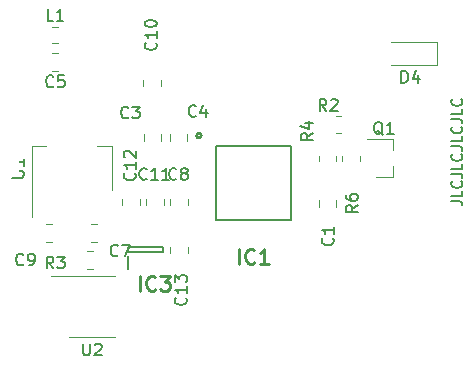
<source format=gto>
%TF.GenerationSoftware,KiCad,Pcbnew,(5.1.10)-1*%
%TF.CreationDate,2022-04-04T21:04:04+02:00*%
%TF.ProjectId,Quickshifter3,51756963-6b73-4686-9966-746572332e6b,rev?*%
%TF.SameCoordinates,Original*%
%TF.FileFunction,Legend,Top*%
%TF.FilePolarity,Positive*%
%FSLAX46Y46*%
G04 Gerber Fmt 4.6, Leading zero omitted, Abs format (unit mm)*
G04 Created by KiCad (PCBNEW (5.1.10)-1) date 2022-04-04 21:04:04*
%MOMM*%
%LPD*%
G01*
G04 APERTURE LIST*
%ADD10C,0.150000*%
%ADD11C,0.120000*%
%ADD12C,0.200000*%
%ADD13C,0.254000*%
%ADD14R,1.500000X2.000000*%
%ADD15R,3.800000X2.000000*%
%ADD16R,0.900000X0.800000*%
%ADD17O,1.700000X1.700000*%
%ADD18R,1.700000X1.700000*%
%ADD19R,0.600000X1.100000*%
%ADD20R,0.600000X1.500000*%
%ADD21R,1.500000X0.600000*%
%ADD22R,0.900000X1.200000*%
%ADD23O,2.300000X1.500000*%
%ADD24R,2.300000X1.500000*%
%ADD25C,2.200000*%
%ADD26R,2.200000X2.200000*%
%ADD27C,2.100000*%
%ADD28O,2.500000X1.600000*%
G04 APERTURE END LIST*
D10*
X128663142Y-57211142D02*
X129306000Y-57211142D01*
X129434571Y-57254000D01*
X129520285Y-57339714D01*
X129563142Y-57468285D01*
X129563142Y-57554000D01*
X129563142Y-56354000D02*
X129563142Y-56782571D01*
X128663142Y-56782571D01*
X129477428Y-55539714D02*
X129520285Y-55582571D01*
X129563142Y-55711142D01*
X129563142Y-55796857D01*
X129520285Y-55925428D01*
X129434571Y-56011142D01*
X129348857Y-56054000D01*
X129177428Y-56096857D01*
X129048857Y-56096857D01*
X128877428Y-56054000D01*
X128791714Y-56011142D01*
X128706000Y-55925428D01*
X128663142Y-55796857D01*
X128663142Y-55711142D01*
X128706000Y-55582571D01*
X128748857Y-55539714D01*
X128663142Y-54896857D02*
X129306000Y-54896857D01*
X129434571Y-54939714D01*
X129520285Y-55025428D01*
X129563142Y-55154000D01*
X129563142Y-55239714D01*
X129563142Y-54039714D02*
X129563142Y-54468285D01*
X128663142Y-54468285D01*
X129477428Y-53225428D02*
X129520285Y-53268285D01*
X129563142Y-53396857D01*
X129563142Y-53482571D01*
X129520285Y-53611142D01*
X129434571Y-53696857D01*
X129348857Y-53739714D01*
X129177428Y-53782571D01*
X129048857Y-53782571D01*
X128877428Y-53739714D01*
X128791714Y-53696857D01*
X128706000Y-53611142D01*
X128663142Y-53482571D01*
X128663142Y-53396857D01*
X128706000Y-53268285D01*
X128748857Y-53225428D01*
X128663142Y-52582571D02*
X129306000Y-52582571D01*
X129434571Y-52625428D01*
X129520285Y-52711142D01*
X129563142Y-52839714D01*
X129563142Y-52925428D01*
X129563142Y-51725428D02*
X129563142Y-52154000D01*
X128663142Y-52154000D01*
X129477428Y-50911142D02*
X129520285Y-50954000D01*
X129563142Y-51082571D01*
X129563142Y-51168285D01*
X129520285Y-51296857D01*
X129434571Y-51382571D01*
X129348857Y-51425428D01*
X129177428Y-51468285D01*
X129048857Y-51468285D01*
X128877428Y-51425428D01*
X128791714Y-51382571D01*
X128706000Y-51296857D01*
X128663142Y-51168285D01*
X128663142Y-51082571D01*
X128706000Y-50954000D01*
X128748857Y-50911142D01*
X128663142Y-50268285D02*
X129306000Y-50268285D01*
X129434571Y-50311142D01*
X129520285Y-50396857D01*
X129563142Y-50525428D01*
X129563142Y-50611142D01*
X129563142Y-49411142D02*
X129563142Y-49839714D01*
X128663142Y-49839714D01*
X129477428Y-48596857D02*
X129520285Y-48639714D01*
X129563142Y-48768285D01*
X129563142Y-48854000D01*
X129520285Y-48982571D01*
X129434571Y-49068285D01*
X129348857Y-49111142D01*
X129177428Y-49154000D01*
X129048857Y-49154000D01*
X128877428Y-49111142D01*
X128791714Y-49068285D01*
X128706000Y-48982571D01*
X128663142Y-48854000D01*
X128663142Y-48768285D01*
X128706000Y-48639714D01*
X128748857Y-48596857D01*
D11*
X118918200Y-57671352D02*
X118918200Y-57148848D01*
X117448200Y-57671352D02*
X117448200Y-57148848D01*
X98233000Y-68695000D02*
X100183000Y-68695000D01*
X98233000Y-68695000D02*
X96283000Y-68695000D01*
X98233000Y-63575000D02*
X100183000Y-63575000D01*
X98233000Y-63575000D02*
X94783000Y-63575000D01*
X93107000Y-58551000D02*
X93107000Y-52541000D01*
X99927000Y-56301000D02*
X99927000Y-52541000D01*
X93107000Y-52541000D02*
X94367000Y-52541000D01*
X99927000Y-52541000D02*
X98667000Y-52541000D01*
X120899400Y-53836564D02*
X120899400Y-53382436D01*
X119429400Y-53836564D02*
X119429400Y-53382436D01*
X117448200Y-53382436D02*
X117448200Y-53836564D01*
X118918200Y-53382436D02*
X118918200Y-53836564D01*
X98284064Y-62933000D02*
X97829936Y-62933000D01*
X98284064Y-61463000D02*
X97829936Y-61463000D01*
X119350064Y-49969500D02*
X118895936Y-49969500D01*
X119350064Y-51439500D02*
X118895936Y-51439500D01*
X123709000Y-55142000D02*
X122249000Y-55142000D01*
X123709000Y-51982000D02*
X121549000Y-51982000D01*
X123709000Y-51982000D02*
X123709000Y-52912000D01*
X123709000Y-55142000D02*
X123709000Y-54212000D01*
D12*
X101237500Y-62951200D02*
X101237500Y-61851200D01*
X104197500Y-61501200D02*
X101277500Y-61501200D01*
X104197500Y-61101200D02*
X104197500Y-61501200D01*
X101277500Y-61101200D02*
X104197500Y-61101200D01*
X101277500Y-61501200D02*
X101277500Y-61101200D01*
X108734000Y-52507500D02*
X115034000Y-52507500D01*
X115034000Y-52507500D02*
X115034000Y-58807500D01*
X115034000Y-58807500D02*
X108734000Y-58807500D01*
X108734000Y-58807500D02*
X108734000Y-52507500D01*
D13*
X107484000Y-51657500D02*
G75*
G03*
X107484000Y-51657500I-200000J0D01*
G01*
D11*
X127419200Y-45722800D02*
X123519200Y-45722800D01*
X127419200Y-43722800D02*
X123519200Y-43722800D01*
X127419200Y-45722800D02*
X127419200Y-43722800D01*
X106332500Y-61582952D02*
X106332500Y-61060448D01*
X104862500Y-61582952D02*
X104862500Y-61060448D01*
X102830500Y-57043348D02*
X102830500Y-57565852D01*
X104300500Y-57043348D02*
X104300500Y-57565852D01*
X104046500Y-47451752D02*
X104046500Y-46929248D01*
X102576500Y-47451752D02*
X102576500Y-46929248D01*
X94350748Y-60647000D02*
X94873252Y-60647000D01*
X94350748Y-59177000D02*
X94873252Y-59177000D01*
X104862500Y-57038448D02*
X104862500Y-57560952D01*
X106332500Y-57038448D02*
X106332500Y-57560952D01*
X98683252Y-59177000D02*
X98160748Y-59177000D01*
X98683252Y-60647000D02*
X98160748Y-60647000D01*
X95381252Y-44699000D02*
X94858748Y-44699000D01*
X95381252Y-46169000D02*
X94858748Y-46169000D01*
X106269000Y-52087252D02*
X106269000Y-51564748D01*
X104799000Y-52087252D02*
X104799000Y-51564748D01*
X104110000Y-52087252D02*
X104110000Y-51564748D01*
X102640000Y-52087252D02*
X102640000Y-51564748D01*
X94858748Y-43858000D02*
X95381252Y-43858000D01*
X94858748Y-42438000D02*
X95381252Y-42438000D01*
X100798500Y-57043348D02*
X100798500Y-57565852D01*
X102268500Y-57043348D02*
X102268500Y-57565852D01*
D10*
X118591142Y-60332666D02*
X118638761Y-60380285D01*
X118686380Y-60523142D01*
X118686380Y-60618380D01*
X118638761Y-60761238D01*
X118543523Y-60856476D01*
X118448285Y-60904095D01*
X118257809Y-60951714D01*
X118114952Y-60951714D01*
X117924476Y-60904095D01*
X117829238Y-60856476D01*
X117734000Y-60761238D01*
X117686380Y-60618380D01*
X117686380Y-60523142D01*
X117734000Y-60380285D01*
X117781619Y-60332666D01*
X118686380Y-59380285D02*
X118686380Y-59951714D01*
X118686380Y-59666000D02*
X117686380Y-59666000D01*
X117829238Y-59761238D01*
X117924476Y-59856476D01*
X117972095Y-59951714D01*
X97471095Y-69270380D02*
X97471095Y-70079904D01*
X97518714Y-70175142D01*
X97566333Y-70222761D01*
X97661571Y-70270380D01*
X97852047Y-70270380D01*
X97947285Y-70222761D01*
X97994904Y-70175142D01*
X98042523Y-70079904D01*
X98042523Y-69270380D01*
X98471095Y-69365619D02*
X98518714Y-69318000D01*
X98613952Y-69270380D01*
X98852047Y-69270380D01*
X98947285Y-69318000D01*
X98994904Y-69365619D01*
X99042523Y-69460857D01*
X99042523Y-69556095D01*
X98994904Y-69698952D01*
X98423476Y-70270380D01*
X99042523Y-70270380D01*
X91469380Y-55212904D02*
X92278904Y-55212904D01*
X92374142Y-55165285D01*
X92421761Y-55117666D01*
X92469380Y-55022428D01*
X92469380Y-54831952D01*
X92421761Y-54736714D01*
X92374142Y-54689095D01*
X92278904Y-54641476D01*
X91469380Y-54641476D01*
X92469380Y-53641476D02*
X92469380Y-54212904D01*
X92469380Y-53927190D02*
X91469380Y-53927190D01*
X91612238Y-54022428D01*
X91707476Y-54117666D01*
X91755095Y-54212904D01*
X120718380Y-57538666D02*
X120242190Y-57872000D01*
X120718380Y-58110095D02*
X119718380Y-58110095D01*
X119718380Y-57729142D01*
X119766000Y-57633904D01*
X119813619Y-57586285D01*
X119908857Y-57538666D01*
X120051714Y-57538666D01*
X120146952Y-57586285D01*
X120194571Y-57633904D01*
X120242190Y-57729142D01*
X120242190Y-58110095D01*
X119718380Y-56681523D02*
X119718380Y-56872000D01*
X119766000Y-56967238D01*
X119813619Y-57014857D01*
X119956476Y-57110095D01*
X120146952Y-57157714D01*
X120527904Y-57157714D01*
X120623142Y-57110095D01*
X120670761Y-57062476D01*
X120718380Y-56967238D01*
X120718380Y-56776761D01*
X120670761Y-56681523D01*
X120623142Y-56633904D01*
X120527904Y-56586285D01*
X120289809Y-56586285D01*
X120194571Y-56633904D01*
X120146952Y-56681523D01*
X120099333Y-56776761D01*
X120099333Y-56967238D01*
X120146952Y-57062476D01*
X120194571Y-57110095D01*
X120289809Y-57157714D01*
X116908380Y-51442666D02*
X116432190Y-51776000D01*
X116908380Y-52014095D02*
X115908380Y-52014095D01*
X115908380Y-51633142D01*
X115956000Y-51537904D01*
X116003619Y-51490285D01*
X116098857Y-51442666D01*
X116241714Y-51442666D01*
X116336952Y-51490285D01*
X116384571Y-51537904D01*
X116432190Y-51633142D01*
X116432190Y-52014095D01*
X116241714Y-50585523D02*
X116908380Y-50585523D01*
X115860761Y-50823619D02*
X116575047Y-51061714D01*
X116575047Y-50442666D01*
X94953333Y-62904380D02*
X94620000Y-62428190D01*
X94381904Y-62904380D02*
X94381904Y-61904380D01*
X94762857Y-61904380D01*
X94858095Y-61952000D01*
X94905714Y-61999619D01*
X94953333Y-62094857D01*
X94953333Y-62237714D01*
X94905714Y-62332952D01*
X94858095Y-62380571D01*
X94762857Y-62428190D01*
X94381904Y-62428190D01*
X95286666Y-61904380D02*
X95905714Y-61904380D01*
X95572380Y-62285333D01*
X95715238Y-62285333D01*
X95810476Y-62332952D01*
X95858095Y-62380571D01*
X95905714Y-62475809D01*
X95905714Y-62713904D01*
X95858095Y-62809142D01*
X95810476Y-62856761D01*
X95715238Y-62904380D01*
X95429523Y-62904380D01*
X95334285Y-62856761D01*
X95286666Y-62809142D01*
X118067333Y-49569380D02*
X117734000Y-49093190D01*
X117495904Y-49569380D02*
X117495904Y-48569380D01*
X117876857Y-48569380D01*
X117972095Y-48617000D01*
X118019714Y-48664619D01*
X118067333Y-48759857D01*
X118067333Y-48902714D01*
X118019714Y-48997952D01*
X117972095Y-49045571D01*
X117876857Y-49093190D01*
X117495904Y-49093190D01*
X118448285Y-48664619D02*
X118495904Y-48617000D01*
X118591142Y-48569380D01*
X118829238Y-48569380D01*
X118924476Y-48617000D01*
X118972095Y-48664619D01*
X119019714Y-48759857D01*
X119019714Y-48855095D01*
X118972095Y-48997952D01*
X118400666Y-49569380D01*
X119019714Y-49569380D01*
X122853761Y-51609619D02*
X122758523Y-51562000D01*
X122663285Y-51466761D01*
X122520428Y-51323904D01*
X122425190Y-51276285D01*
X122329952Y-51276285D01*
X122377571Y-51514380D02*
X122282333Y-51466761D01*
X122187095Y-51371523D01*
X122139476Y-51181047D01*
X122139476Y-50847714D01*
X122187095Y-50657238D01*
X122282333Y-50562000D01*
X122377571Y-50514380D01*
X122568047Y-50514380D01*
X122663285Y-50562000D01*
X122758523Y-50657238D01*
X122806142Y-50847714D01*
X122806142Y-51181047D01*
X122758523Y-51371523D01*
X122663285Y-51466761D01*
X122568047Y-51514380D01*
X122377571Y-51514380D01*
X123758523Y-51514380D02*
X123187095Y-51514380D01*
X123472809Y-51514380D02*
X123472809Y-50514380D01*
X123377571Y-50657238D01*
X123282333Y-50752476D01*
X123187095Y-50800095D01*
D13*
X102262238Y-64804523D02*
X102262238Y-63534523D01*
X103592714Y-64683571D02*
X103532238Y-64744047D01*
X103350809Y-64804523D01*
X103229857Y-64804523D01*
X103048428Y-64744047D01*
X102927476Y-64623095D01*
X102867000Y-64502142D01*
X102806523Y-64260238D01*
X102806523Y-64078809D01*
X102867000Y-63836904D01*
X102927476Y-63715952D01*
X103048428Y-63595000D01*
X103229857Y-63534523D01*
X103350809Y-63534523D01*
X103532238Y-63595000D01*
X103592714Y-63655476D01*
X104016047Y-63534523D02*
X104802238Y-63534523D01*
X104378904Y-64018333D01*
X104560333Y-64018333D01*
X104681285Y-64078809D01*
X104741761Y-64139285D01*
X104802238Y-64260238D01*
X104802238Y-64562619D01*
X104741761Y-64683571D01*
X104681285Y-64744047D01*
X104560333Y-64804523D01*
X104197476Y-64804523D01*
X104076523Y-64744047D01*
X104016047Y-64683571D01*
X110644238Y-62518523D02*
X110644238Y-61248523D01*
X111974714Y-62397571D02*
X111914238Y-62458047D01*
X111732809Y-62518523D01*
X111611857Y-62518523D01*
X111430428Y-62458047D01*
X111309476Y-62337095D01*
X111249000Y-62216142D01*
X111188523Y-61974238D01*
X111188523Y-61792809D01*
X111249000Y-61550904D01*
X111309476Y-61429952D01*
X111430428Y-61309000D01*
X111611857Y-61248523D01*
X111732809Y-61248523D01*
X111914238Y-61309000D01*
X111974714Y-61369476D01*
X113184238Y-62518523D02*
X112458523Y-62518523D01*
X112821380Y-62518523D02*
X112821380Y-61248523D01*
X112700428Y-61429952D01*
X112579476Y-61550904D01*
X112458523Y-61611380D01*
D10*
X124431104Y-47175180D02*
X124431104Y-46175180D01*
X124669200Y-46175180D01*
X124812057Y-46222800D01*
X124907295Y-46318038D01*
X124954914Y-46413276D01*
X125002533Y-46603752D01*
X125002533Y-46746609D01*
X124954914Y-46937085D01*
X124907295Y-47032323D01*
X124812057Y-47127561D01*
X124669200Y-47175180D01*
X124431104Y-47175180D01*
X125859676Y-46508514D02*
X125859676Y-47175180D01*
X125621580Y-46127561D02*
X125383485Y-46841847D01*
X126002533Y-46841847D01*
X106145142Y-65380857D02*
X106192761Y-65428476D01*
X106240380Y-65571333D01*
X106240380Y-65666571D01*
X106192761Y-65809428D01*
X106097523Y-65904666D01*
X106002285Y-65952285D01*
X105811809Y-65999904D01*
X105668952Y-65999904D01*
X105478476Y-65952285D01*
X105383238Y-65904666D01*
X105288000Y-65809428D01*
X105240380Y-65666571D01*
X105240380Y-65571333D01*
X105288000Y-65428476D01*
X105335619Y-65380857D01*
X106240380Y-64428476D02*
X106240380Y-64999904D01*
X106240380Y-64714190D02*
X105240380Y-64714190D01*
X105383238Y-64809428D01*
X105478476Y-64904666D01*
X105526095Y-64999904D01*
X105240380Y-64095142D02*
X105240380Y-63476095D01*
X105621333Y-63809428D01*
X105621333Y-63666571D01*
X105668952Y-63571333D01*
X105716571Y-63523714D01*
X105811809Y-63476095D01*
X106049904Y-63476095D01*
X106145142Y-63523714D01*
X106192761Y-63571333D01*
X106240380Y-63666571D01*
X106240380Y-63952285D01*
X106192761Y-64047523D01*
X106145142Y-64095142D01*
X102859142Y-55316142D02*
X102811523Y-55363761D01*
X102668666Y-55411380D01*
X102573428Y-55411380D01*
X102430571Y-55363761D01*
X102335333Y-55268523D01*
X102287714Y-55173285D01*
X102240095Y-54982809D01*
X102240095Y-54839952D01*
X102287714Y-54649476D01*
X102335333Y-54554238D01*
X102430571Y-54459000D01*
X102573428Y-54411380D01*
X102668666Y-54411380D01*
X102811523Y-54459000D01*
X102859142Y-54506619D01*
X103811523Y-55411380D02*
X103240095Y-55411380D01*
X103525809Y-55411380D02*
X103525809Y-54411380D01*
X103430571Y-54554238D01*
X103335333Y-54649476D01*
X103240095Y-54697095D01*
X104763904Y-55411380D02*
X104192476Y-55411380D01*
X104478190Y-55411380D02*
X104478190Y-54411380D01*
X104382952Y-54554238D01*
X104287714Y-54649476D01*
X104192476Y-54697095D01*
X103605142Y-43790857D02*
X103652761Y-43838476D01*
X103700380Y-43981333D01*
X103700380Y-44076571D01*
X103652761Y-44219428D01*
X103557523Y-44314666D01*
X103462285Y-44362285D01*
X103271809Y-44409904D01*
X103128952Y-44409904D01*
X102938476Y-44362285D01*
X102843238Y-44314666D01*
X102748000Y-44219428D01*
X102700380Y-44076571D01*
X102700380Y-43981333D01*
X102748000Y-43838476D01*
X102795619Y-43790857D01*
X103700380Y-42838476D02*
X103700380Y-43409904D01*
X103700380Y-43124190D02*
X102700380Y-43124190D01*
X102843238Y-43219428D01*
X102938476Y-43314666D01*
X102986095Y-43409904D01*
X102700380Y-42219428D02*
X102700380Y-42124190D01*
X102748000Y-42028952D01*
X102795619Y-41981333D01*
X102890857Y-41933714D01*
X103081333Y-41886095D01*
X103319428Y-41886095D01*
X103509904Y-41933714D01*
X103605142Y-41981333D01*
X103652761Y-42028952D01*
X103700380Y-42124190D01*
X103700380Y-42219428D01*
X103652761Y-42314666D01*
X103605142Y-42362285D01*
X103509904Y-42409904D01*
X103319428Y-42457523D01*
X103081333Y-42457523D01*
X102890857Y-42409904D01*
X102795619Y-42362285D01*
X102748000Y-42314666D01*
X102700380Y-42219428D01*
X92413333Y-62555142D02*
X92365714Y-62602761D01*
X92222857Y-62650380D01*
X92127619Y-62650380D01*
X91984761Y-62602761D01*
X91889523Y-62507523D01*
X91841904Y-62412285D01*
X91794285Y-62221809D01*
X91794285Y-62078952D01*
X91841904Y-61888476D01*
X91889523Y-61793238D01*
X91984761Y-61698000D01*
X92127619Y-61650380D01*
X92222857Y-61650380D01*
X92365714Y-61698000D01*
X92413333Y-61745619D01*
X92889523Y-62650380D02*
X93080000Y-62650380D01*
X93175238Y-62602761D01*
X93222857Y-62555142D01*
X93318095Y-62412285D01*
X93365714Y-62221809D01*
X93365714Y-61840857D01*
X93318095Y-61745619D01*
X93270476Y-61698000D01*
X93175238Y-61650380D01*
X92984761Y-61650380D01*
X92889523Y-61698000D01*
X92841904Y-61745619D01*
X92794285Y-61840857D01*
X92794285Y-62078952D01*
X92841904Y-62174190D01*
X92889523Y-62221809D01*
X92984761Y-62269428D01*
X93175238Y-62269428D01*
X93270476Y-62221809D01*
X93318095Y-62174190D01*
X93365714Y-62078952D01*
X105367333Y-55316142D02*
X105319714Y-55363761D01*
X105176857Y-55411380D01*
X105081619Y-55411380D01*
X104938761Y-55363761D01*
X104843523Y-55268523D01*
X104795904Y-55173285D01*
X104748285Y-54982809D01*
X104748285Y-54839952D01*
X104795904Y-54649476D01*
X104843523Y-54554238D01*
X104938761Y-54459000D01*
X105081619Y-54411380D01*
X105176857Y-54411380D01*
X105319714Y-54459000D01*
X105367333Y-54506619D01*
X105938761Y-54839952D02*
X105843523Y-54792333D01*
X105795904Y-54744714D01*
X105748285Y-54649476D01*
X105748285Y-54601857D01*
X105795904Y-54506619D01*
X105843523Y-54459000D01*
X105938761Y-54411380D01*
X106129238Y-54411380D01*
X106224476Y-54459000D01*
X106272095Y-54506619D01*
X106319714Y-54601857D01*
X106319714Y-54649476D01*
X106272095Y-54744714D01*
X106224476Y-54792333D01*
X106129238Y-54839952D01*
X105938761Y-54839952D01*
X105843523Y-54887571D01*
X105795904Y-54935190D01*
X105748285Y-55030428D01*
X105748285Y-55220904D01*
X105795904Y-55316142D01*
X105843523Y-55363761D01*
X105938761Y-55411380D01*
X106129238Y-55411380D01*
X106224476Y-55363761D01*
X106272095Y-55316142D01*
X106319714Y-55220904D01*
X106319714Y-55030428D01*
X106272095Y-54935190D01*
X106224476Y-54887571D01*
X106129238Y-54839952D01*
X100414333Y-61793142D02*
X100366714Y-61840761D01*
X100223857Y-61888380D01*
X100128619Y-61888380D01*
X99985761Y-61840761D01*
X99890523Y-61745523D01*
X99842904Y-61650285D01*
X99795285Y-61459809D01*
X99795285Y-61316952D01*
X99842904Y-61126476D01*
X99890523Y-61031238D01*
X99985761Y-60936000D01*
X100128619Y-60888380D01*
X100223857Y-60888380D01*
X100366714Y-60936000D01*
X100414333Y-60983619D01*
X100747666Y-60888380D02*
X101414333Y-60888380D01*
X100985761Y-61888380D01*
X94953333Y-47471142D02*
X94905714Y-47518761D01*
X94762857Y-47566380D01*
X94667619Y-47566380D01*
X94524761Y-47518761D01*
X94429523Y-47423523D01*
X94381904Y-47328285D01*
X94334285Y-47137809D01*
X94334285Y-46994952D01*
X94381904Y-46804476D01*
X94429523Y-46709238D01*
X94524761Y-46614000D01*
X94667619Y-46566380D01*
X94762857Y-46566380D01*
X94905714Y-46614000D01*
X94953333Y-46661619D01*
X95858095Y-46566380D02*
X95381904Y-46566380D01*
X95334285Y-47042571D01*
X95381904Y-46994952D01*
X95477142Y-46947333D01*
X95715238Y-46947333D01*
X95810476Y-46994952D01*
X95858095Y-47042571D01*
X95905714Y-47137809D01*
X95905714Y-47375904D01*
X95858095Y-47471142D01*
X95810476Y-47518761D01*
X95715238Y-47566380D01*
X95477142Y-47566380D01*
X95381904Y-47518761D01*
X95334285Y-47471142D01*
X107018333Y-49982142D02*
X106970714Y-50029761D01*
X106827857Y-50077380D01*
X106732619Y-50077380D01*
X106589761Y-50029761D01*
X106494523Y-49934523D01*
X106446904Y-49839285D01*
X106399285Y-49648809D01*
X106399285Y-49505952D01*
X106446904Y-49315476D01*
X106494523Y-49220238D01*
X106589761Y-49125000D01*
X106732619Y-49077380D01*
X106827857Y-49077380D01*
X106970714Y-49125000D01*
X107018333Y-49172619D01*
X107875476Y-49410714D02*
X107875476Y-50077380D01*
X107637380Y-49029761D02*
X107399285Y-49744047D01*
X108018333Y-49744047D01*
X101303333Y-50109142D02*
X101255714Y-50156761D01*
X101112857Y-50204380D01*
X101017619Y-50204380D01*
X100874761Y-50156761D01*
X100779523Y-50061523D01*
X100731904Y-49966285D01*
X100684285Y-49775809D01*
X100684285Y-49632952D01*
X100731904Y-49442476D01*
X100779523Y-49347238D01*
X100874761Y-49252000D01*
X101017619Y-49204380D01*
X101112857Y-49204380D01*
X101255714Y-49252000D01*
X101303333Y-49299619D01*
X101636666Y-49204380D02*
X102255714Y-49204380D01*
X101922380Y-49585333D01*
X102065238Y-49585333D01*
X102160476Y-49632952D01*
X102208095Y-49680571D01*
X102255714Y-49775809D01*
X102255714Y-50013904D01*
X102208095Y-50109142D01*
X102160476Y-50156761D01*
X102065238Y-50204380D01*
X101779523Y-50204380D01*
X101684285Y-50156761D01*
X101636666Y-50109142D01*
X94953333Y-41950380D02*
X94477142Y-41950380D01*
X94477142Y-40950380D01*
X95810476Y-41950380D02*
X95239047Y-41950380D01*
X95524761Y-41950380D02*
X95524761Y-40950380D01*
X95429523Y-41093238D01*
X95334285Y-41188476D01*
X95239047Y-41236095D01*
X101827142Y-54839857D02*
X101874761Y-54887476D01*
X101922380Y-55030333D01*
X101922380Y-55125571D01*
X101874761Y-55268428D01*
X101779523Y-55363666D01*
X101684285Y-55411285D01*
X101493809Y-55458904D01*
X101350952Y-55458904D01*
X101160476Y-55411285D01*
X101065238Y-55363666D01*
X100970000Y-55268428D01*
X100922380Y-55125571D01*
X100922380Y-55030333D01*
X100970000Y-54887476D01*
X101017619Y-54839857D01*
X101922380Y-53887476D02*
X101922380Y-54458904D01*
X101922380Y-54173190D02*
X100922380Y-54173190D01*
X101065238Y-54268428D01*
X101160476Y-54363666D01*
X101208095Y-54458904D01*
X101017619Y-53506523D02*
X100970000Y-53458904D01*
X100922380Y-53363666D01*
X100922380Y-53125571D01*
X100970000Y-53030333D01*
X101017619Y-52982714D01*
X101112857Y-52935095D01*
X101208095Y-52935095D01*
X101350952Y-52982714D01*
X101922380Y-53554142D01*
X101922380Y-52935095D01*
%LPC*%
G36*
G01*
X118658200Y-56960100D02*
X117708200Y-56960100D01*
G75*
G02*
X117458200Y-56710100I0J250000D01*
G01*
X117458200Y-56035100D01*
G75*
G02*
X117708200Y-55785100I250000J0D01*
G01*
X118658200Y-55785100D01*
G75*
G02*
X118908200Y-56035100I0J-250000D01*
G01*
X118908200Y-56710100D01*
G75*
G02*
X118658200Y-56960100I-250000J0D01*
G01*
G37*
G36*
G01*
X118658200Y-59035100D02*
X117708200Y-59035100D01*
G75*
G02*
X117458200Y-58785100I0J250000D01*
G01*
X117458200Y-58110100D01*
G75*
G02*
X117708200Y-57860100I250000J0D01*
G01*
X118658200Y-57860100D01*
G75*
G02*
X118908200Y-58110100I0J-250000D01*
G01*
X118908200Y-58785100D01*
G75*
G02*
X118658200Y-59035100I-250000J0D01*
G01*
G37*
G36*
G01*
X94783000Y-64380000D02*
X94783000Y-64080000D01*
G75*
G02*
X94933000Y-63930000I150000J0D01*
G01*
X96583000Y-63930000D01*
G75*
G02*
X96733000Y-64080000I0J-150000D01*
G01*
X96733000Y-64380000D01*
G75*
G02*
X96583000Y-64530000I-150000J0D01*
G01*
X94933000Y-64530000D01*
G75*
G02*
X94783000Y-64380000I0J150000D01*
G01*
G37*
G36*
G01*
X94783000Y-65650000D02*
X94783000Y-65350000D01*
G75*
G02*
X94933000Y-65200000I150000J0D01*
G01*
X96583000Y-65200000D01*
G75*
G02*
X96733000Y-65350000I0J-150000D01*
G01*
X96733000Y-65650000D01*
G75*
G02*
X96583000Y-65800000I-150000J0D01*
G01*
X94933000Y-65800000D01*
G75*
G02*
X94783000Y-65650000I0J150000D01*
G01*
G37*
G36*
G01*
X94783000Y-66920000D02*
X94783000Y-66620000D01*
G75*
G02*
X94933000Y-66470000I150000J0D01*
G01*
X96583000Y-66470000D01*
G75*
G02*
X96733000Y-66620000I0J-150000D01*
G01*
X96733000Y-66920000D01*
G75*
G02*
X96583000Y-67070000I-150000J0D01*
G01*
X94933000Y-67070000D01*
G75*
G02*
X94783000Y-66920000I0J150000D01*
G01*
G37*
G36*
G01*
X94783000Y-68190000D02*
X94783000Y-67890000D01*
G75*
G02*
X94933000Y-67740000I150000J0D01*
G01*
X96583000Y-67740000D01*
G75*
G02*
X96733000Y-67890000I0J-150000D01*
G01*
X96733000Y-68190000D01*
G75*
G02*
X96583000Y-68340000I-150000J0D01*
G01*
X94933000Y-68340000D01*
G75*
G02*
X94783000Y-68190000I0J150000D01*
G01*
G37*
G36*
G01*
X99733000Y-68190000D02*
X99733000Y-67890000D01*
G75*
G02*
X99883000Y-67740000I150000J0D01*
G01*
X101533000Y-67740000D01*
G75*
G02*
X101683000Y-67890000I0J-150000D01*
G01*
X101683000Y-68190000D01*
G75*
G02*
X101533000Y-68340000I-150000J0D01*
G01*
X99883000Y-68340000D01*
G75*
G02*
X99733000Y-68190000I0J150000D01*
G01*
G37*
G36*
G01*
X99733000Y-66920000D02*
X99733000Y-66620000D01*
G75*
G02*
X99883000Y-66470000I150000J0D01*
G01*
X101533000Y-66470000D01*
G75*
G02*
X101683000Y-66620000I0J-150000D01*
G01*
X101683000Y-66920000D01*
G75*
G02*
X101533000Y-67070000I-150000J0D01*
G01*
X99883000Y-67070000D01*
G75*
G02*
X99733000Y-66920000I0J150000D01*
G01*
G37*
G36*
G01*
X99733000Y-65650000D02*
X99733000Y-65350000D01*
G75*
G02*
X99883000Y-65200000I150000J0D01*
G01*
X101533000Y-65200000D01*
G75*
G02*
X101683000Y-65350000I0J-150000D01*
G01*
X101683000Y-65650000D01*
G75*
G02*
X101533000Y-65800000I-150000J0D01*
G01*
X99883000Y-65800000D01*
G75*
G02*
X99733000Y-65650000I0J150000D01*
G01*
G37*
G36*
G01*
X99733000Y-64380000D02*
X99733000Y-64080000D01*
G75*
G02*
X99883000Y-63930000I150000J0D01*
G01*
X101533000Y-63930000D01*
G75*
G02*
X101683000Y-64080000I0J-150000D01*
G01*
X101683000Y-64380000D01*
G75*
G02*
X101533000Y-64530000I-150000J0D01*
G01*
X99883000Y-64530000D01*
G75*
G02*
X99733000Y-64380000I0J150000D01*
G01*
G37*
D14*
X94217000Y-57601000D03*
X98817000Y-57601000D03*
X96517000Y-57601000D03*
D15*
X96517000Y-51301000D03*
G36*
G01*
X120614401Y-53209500D02*
X119714399Y-53209500D01*
G75*
G02*
X119464400Y-52959501I0J249999D01*
G01*
X119464400Y-52259499D01*
G75*
G02*
X119714399Y-52009500I249999J0D01*
G01*
X120614401Y-52009500D01*
G75*
G02*
X120864400Y-52259499I0J-249999D01*
G01*
X120864400Y-52959501D01*
G75*
G02*
X120614401Y-53209500I-249999J0D01*
G01*
G37*
G36*
G01*
X120614401Y-55209500D02*
X119714399Y-55209500D01*
G75*
G02*
X119464400Y-54959501I0J249999D01*
G01*
X119464400Y-54259499D01*
G75*
G02*
X119714399Y-54009500I249999J0D01*
G01*
X120614401Y-54009500D01*
G75*
G02*
X120864400Y-54259499I0J-249999D01*
G01*
X120864400Y-54959501D01*
G75*
G02*
X120614401Y-55209500I-249999J0D01*
G01*
G37*
G36*
G01*
X117733199Y-54009500D02*
X118633201Y-54009500D01*
G75*
G02*
X118883200Y-54259499I0J-249999D01*
G01*
X118883200Y-54959501D01*
G75*
G02*
X118633201Y-55209500I-249999J0D01*
G01*
X117733199Y-55209500D01*
G75*
G02*
X117483200Y-54959501I0J249999D01*
G01*
X117483200Y-54259499D01*
G75*
G02*
X117733199Y-54009500I249999J0D01*
G01*
G37*
G36*
G01*
X117733199Y-52009500D02*
X118633201Y-52009500D01*
G75*
G02*
X118883200Y-52259499I0J-249999D01*
G01*
X118883200Y-52959501D01*
G75*
G02*
X118633201Y-53209500I-249999J0D01*
G01*
X117733199Y-53209500D01*
G75*
G02*
X117483200Y-52959501I0J249999D01*
G01*
X117483200Y-52259499D01*
G75*
G02*
X117733199Y-52009500I249999J0D01*
G01*
G37*
G36*
G01*
X99657000Y-61747999D02*
X99657000Y-62648001D01*
G75*
G02*
X99407001Y-62898000I-249999J0D01*
G01*
X98706999Y-62898000D01*
G75*
G02*
X98457000Y-62648001I0J249999D01*
G01*
X98457000Y-61747999D01*
G75*
G02*
X98706999Y-61498000I249999J0D01*
G01*
X99407001Y-61498000D01*
G75*
G02*
X99657000Y-61747999I0J-249999D01*
G01*
G37*
G36*
G01*
X97657000Y-61747999D02*
X97657000Y-62648001D01*
G75*
G02*
X97407001Y-62898000I-249999J0D01*
G01*
X96706999Y-62898000D01*
G75*
G02*
X96457000Y-62648001I0J249999D01*
G01*
X96457000Y-61747999D01*
G75*
G02*
X96706999Y-61498000I249999J0D01*
G01*
X97407001Y-61498000D01*
G75*
G02*
X97657000Y-61747999I0J-249999D01*
G01*
G37*
G36*
G01*
X118723000Y-50254499D02*
X118723000Y-51154501D01*
G75*
G02*
X118473001Y-51404500I-249999J0D01*
G01*
X117772999Y-51404500D01*
G75*
G02*
X117523000Y-51154501I0J249999D01*
G01*
X117523000Y-50254499D01*
G75*
G02*
X117772999Y-50004500I249999J0D01*
G01*
X118473001Y-50004500D01*
G75*
G02*
X118723000Y-50254499I0J-249999D01*
G01*
G37*
G36*
G01*
X120723000Y-50254499D02*
X120723000Y-51154501D01*
G75*
G02*
X120473001Y-51404500I-249999J0D01*
G01*
X119772999Y-51404500D01*
G75*
G02*
X119523000Y-51154501I0J249999D01*
G01*
X119523000Y-50254499D01*
G75*
G02*
X119772999Y-50004500I249999J0D01*
G01*
X120473001Y-50004500D01*
G75*
G02*
X120723000Y-50254499I0J-249999D01*
G01*
G37*
D16*
X123949000Y-53562000D03*
X121949000Y-54512000D03*
X121949000Y-52612000D03*
D17*
X107185000Y-47275500D03*
X109725000Y-47275500D03*
X112265000Y-47275500D03*
D18*
X114805000Y-47275500D03*
D19*
X101787500Y-62401200D03*
X103687500Y-62401200D03*
X102737500Y-60201200D03*
D20*
X109084000Y-51407500D03*
X109884000Y-51407500D03*
X110684000Y-51407500D03*
X111484000Y-51407500D03*
X112284000Y-51407500D03*
X113084000Y-51407500D03*
X113884000Y-51407500D03*
X114684000Y-51407500D03*
D21*
X116134000Y-52857500D03*
X116134000Y-53657500D03*
X116134000Y-54457500D03*
X116134000Y-55257500D03*
X116134000Y-56057500D03*
X116134000Y-56857500D03*
X116134000Y-57657500D03*
X116134000Y-58457500D03*
D20*
X114684000Y-59907500D03*
X113884000Y-59907500D03*
X113084000Y-59907500D03*
X112284000Y-59907500D03*
X111484000Y-59907500D03*
X110684000Y-59907500D03*
X109884000Y-59907500D03*
X109084000Y-59907500D03*
D21*
X107634000Y-58457500D03*
X107634000Y-57657500D03*
X107634000Y-56857500D03*
X107634000Y-56057500D03*
X107634000Y-55257500D03*
X107634000Y-54457500D03*
X107634000Y-53657500D03*
X107634000Y-52857500D03*
D22*
X123519200Y-44722800D03*
X126819200Y-44722800D03*
G36*
G01*
X106072500Y-60871700D02*
X105122500Y-60871700D01*
G75*
G02*
X104872500Y-60621700I0J250000D01*
G01*
X104872500Y-59946700D01*
G75*
G02*
X105122500Y-59696700I250000J0D01*
G01*
X106072500Y-59696700D01*
G75*
G02*
X106322500Y-59946700I0J-250000D01*
G01*
X106322500Y-60621700D01*
G75*
G02*
X106072500Y-60871700I-250000J0D01*
G01*
G37*
G36*
G01*
X106072500Y-62946700D02*
X105122500Y-62946700D01*
G75*
G02*
X104872500Y-62696700I0J250000D01*
G01*
X104872500Y-62021700D01*
G75*
G02*
X105122500Y-61771700I250000J0D01*
G01*
X106072500Y-61771700D01*
G75*
G02*
X106322500Y-62021700I0J-250000D01*
G01*
X106322500Y-62696700D01*
G75*
G02*
X106072500Y-62946700I-250000J0D01*
G01*
G37*
G36*
G01*
X103090500Y-57754600D02*
X104040500Y-57754600D01*
G75*
G02*
X104290500Y-58004600I0J-250000D01*
G01*
X104290500Y-58679600D01*
G75*
G02*
X104040500Y-58929600I-250000J0D01*
G01*
X103090500Y-58929600D01*
G75*
G02*
X102840500Y-58679600I0J250000D01*
G01*
X102840500Y-58004600D01*
G75*
G02*
X103090500Y-57754600I250000J0D01*
G01*
G37*
G36*
G01*
X103090500Y-55679600D02*
X104040500Y-55679600D01*
G75*
G02*
X104290500Y-55929600I0J-250000D01*
G01*
X104290500Y-56604600D01*
G75*
G02*
X104040500Y-56854600I-250000J0D01*
G01*
X103090500Y-56854600D01*
G75*
G02*
X102840500Y-56604600I0J250000D01*
G01*
X102840500Y-55929600D01*
G75*
G02*
X103090500Y-55679600I250000J0D01*
G01*
G37*
G36*
G01*
X103786500Y-46740500D02*
X102836500Y-46740500D01*
G75*
G02*
X102586500Y-46490500I0J250000D01*
G01*
X102586500Y-45815500D01*
G75*
G02*
X102836500Y-45565500I250000J0D01*
G01*
X103786500Y-45565500D01*
G75*
G02*
X104036500Y-45815500I0J-250000D01*
G01*
X104036500Y-46490500D01*
G75*
G02*
X103786500Y-46740500I-250000J0D01*
G01*
G37*
G36*
G01*
X103786500Y-48815500D02*
X102836500Y-48815500D01*
G75*
G02*
X102586500Y-48565500I0J250000D01*
G01*
X102586500Y-47890500D01*
G75*
G02*
X102836500Y-47640500I250000J0D01*
G01*
X103786500Y-47640500D01*
G75*
G02*
X104036500Y-47890500I0J-250000D01*
G01*
X104036500Y-48565500D01*
G75*
G02*
X103786500Y-48815500I-250000J0D01*
G01*
G37*
G36*
G01*
X95062000Y-60387000D02*
X95062000Y-59437000D01*
G75*
G02*
X95312000Y-59187000I250000J0D01*
G01*
X95987000Y-59187000D01*
G75*
G02*
X96237000Y-59437000I0J-250000D01*
G01*
X96237000Y-60387000D01*
G75*
G02*
X95987000Y-60637000I-250000J0D01*
G01*
X95312000Y-60637000D01*
G75*
G02*
X95062000Y-60387000I0J250000D01*
G01*
G37*
G36*
G01*
X92987000Y-60387000D02*
X92987000Y-59437000D01*
G75*
G02*
X93237000Y-59187000I250000J0D01*
G01*
X93912000Y-59187000D01*
G75*
G02*
X94162000Y-59437000I0J-250000D01*
G01*
X94162000Y-60387000D01*
G75*
G02*
X93912000Y-60637000I-250000J0D01*
G01*
X93237000Y-60637000D01*
G75*
G02*
X92987000Y-60387000I0J250000D01*
G01*
G37*
G36*
G01*
X105122500Y-57749700D02*
X106072500Y-57749700D01*
G75*
G02*
X106322500Y-57999700I0J-250000D01*
G01*
X106322500Y-58674700D01*
G75*
G02*
X106072500Y-58924700I-250000J0D01*
G01*
X105122500Y-58924700D01*
G75*
G02*
X104872500Y-58674700I0J250000D01*
G01*
X104872500Y-57999700D01*
G75*
G02*
X105122500Y-57749700I250000J0D01*
G01*
G37*
G36*
G01*
X105122500Y-55674700D02*
X106072500Y-55674700D01*
G75*
G02*
X106322500Y-55924700I0J-250000D01*
G01*
X106322500Y-56599700D01*
G75*
G02*
X106072500Y-56849700I-250000J0D01*
G01*
X105122500Y-56849700D01*
G75*
G02*
X104872500Y-56599700I0J250000D01*
G01*
X104872500Y-55924700D01*
G75*
G02*
X105122500Y-55674700I250000J0D01*
G01*
G37*
G36*
G01*
X97972000Y-59437000D02*
X97972000Y-60387000D01*
G75*
G02*
X97722000Y-60637000I-250000J0D01*
G01*
X97047000Y-60637000D01*
G75*
G02*
X96797000Y-60387000I0J250000D01*
G01*
X96797000Y-59437000D01*
G75*
G02*
X97047000Y-59187000I250000J0D01*
G01*
X97722000Y-59187000D01*
G75*
G02*
X97972000Y-59437000I0J-250000D01*
G01*
G37*
G36*
G01*
X100047000Y-59437000D02*
X100047000Y-60387000D01*
G75*
G02*
X99797000Y-60637000I-250000J0D01*
G01*
X99122000Y-60637000D01*
G75*
G02*
X98872000Y-60387000I0J250000D01*
G01*
X98872000Y-59437000D01*
G75*
G02*
X99122000Y-59187000I250000J0D01*
G01*
X99797000Y-59187000D01*
G75*
G02*
X100047000Y-59437000I0J-250000D01*
G01*
G37*
G36*
G01*
X94670000Y-44959000D02*
X94670000Y-45909000D01*
G75*
G02*
X94420000Y-46159000I-250000J0D01*
G01*
X93745000Y-46159000D01*
G75*
G02*
X93495000Y-45909000I0J250000D01*
G01*
X93495000Y-44959000D01*
G75*
G02*
X93745000Y-44709000I250000J0D01*
G01*
X94420000Y-44709000D01*
G75*
G02*
X94670000Y-44959000I0J-250000D01*
G01*
G37*
G36*
G01*
X96745000Y-44959000D02*
X96745000Y-45909000D01*
G75*
G02*
X96495000Y-46159000I-250000J0D01*
G01*
X95820000Y-46159000D01*
G75*
G02*
X95570000Y-45909000I0J250000D01*
G01*
X95570000Y-44959000D01*
G75*
G02*
X95820000Y-44709000I250000J0D01*
G01*
X96495000Y-44709000D01*
G75*
G02*
X96745000Y-44959000I0J-250000D01*
G01*
G37*
G36*
G01*
X106009000Y-51376000D02*
X105059000Y-51376000D01*
G75*
G02*
X104809000Y-51126000I0J250000D01*
G01*
X104809000Y-50451000D01*
G75*
G02*
X105059000Y-50201000I250000J0D01*
G01*
X106009000Y-50201000D01*
G75*
G02*
X106259000Y-50451000I0J-250000D01*
G01*
X106259000Y-51126000D01*
G75*
G02*
X106009000Y-51376000I-250000J0D01*
G01*
G37*
G36*
G01*
X106009000Y-53451000D02*
X105059000Y-53451000D01*
G75*
G02*
X104809000Y-53201000I0J250000D01*
G01*
X104809000Y-52526000D01*
G75*
G02*
X105059000Y-52276000I250000J0D01*
G01*
X106009000Y-52276000D01*
G75*
G02*
X106259000Y-52526000I0J-250000D01*
G01*
X106259000Y-53201000D01*
G75*
G02*
X106009000Y-53451000I-250000J0D01*
G01*
G37*
G36*
G01*
X103850000Y-51376000D02*
X102900000Y-51376000D01*
G75*
G02*
X102650000Y-51126000I0J250000D01*
G01*
X102650000Y-50451000D01*
G75*
G02*
X102900000Y-50201000I250000J0D01*
G01*
X103850000Y-50201000D01*
G75*
G02*
X104100000Y-50451000I0J-250000D01*
G01*
X104100000Y-51126000D01*
G75*
G02*
X103850000Y-51376000I-250000J0D01*
G01*
G37*
G36*
G01*
X103850000Y-53451000D02*
X102900000Y-53451000D01*
G75*
G02*
X102650000Y-53201000I0J250000D01*
G01*
X102650000Y-52526000D01*
G75*
G02*
X102900000Y-52276000I250000J0D01*
G01*
X103850000Y-52276000D01*
G75*
G02*
X104100000Y-52526000I0J-250000D01*
G01*
X104100000Y-53201000D01*
G75*
G02*
X103850000Y-53451000I-250000J0D01*
G01*
G37*
G36*
G01*
X95570000Y-43598001D02*
X95570000Y-42697999D01*
G75*
G02*
X95819999Y-42448000I249999J0D01*
G01*
X96470001Y-42448000D01*
G75*
G02*
X96720000Y-42697999I0J-249999D01*
G01*
X96720000Y-43598001D01*
G75*
G02*
X96470001Y-43848000I-249999J0D01*
G01*
X95819999Y-43848000D01*
G75*
G02*
X95570000Y-43598001I0J249999D01*
G01*
G37*
G36*
G01*
X93520000Y-43598001D02*
X93520000Y-42697999D01*
G75*
G02*
X93769999Y-42448000I249999J0D01*
G01*
X94420001Y-42448000D01*
G75*
G02*
X94670000Y-42697999I0J-249999D01*
G01*
X94670000Y-43598001D01*
G75*
G02*
X94420001Y-43848000I-249999J0D01*
G01*
X93769999Y-43848000D01*
G75*
G02*
X93520000Y-43598001I0J249999D01*
G01*
G37*
G36*
G01*
X101058500Y-57754600D02*
X102008500Y-57754600D01*
G75*
G02*
X102258500Y-58004600I0J-250000D01*
G01*
X102258500Y-58679600D01*
G75*
G02*
X102008500Y-58929600I-250000J0D01*
G01*
X101058500Y-58929600D01*
G75*
G02*
X100808500Y-58679600I0J250000D01*
G01*
X100808500Y-58004600D01*
G75*
G02*
X101058500Y-57754600I250000J0D01*
G01*
G37*
G36*
G01*
X101058500Y-55679600D02*
X102008500Y-55679600D01*
G75*
G02*
X102258500Y-55929600I0J-250000D01*
G01*
X102258500Y-56604600D01*
G75*
G02*
X102008500Y-56854600I-250000J0D01*
G01*
X101058500Y-56854600D01*
G75*
G02*
X100808500Y-56604600I0J250000D01*
G01*
X100808500Y-55929600D01*
G75*
G02*
X101058500Y-55679600I250000J0D01*
G01*
G37*
D23*
X99946000Y-48228000D03*
X99946000Y-45688000D03*
D24*
X99946000Y-43148000D03*
D25*
X90598800Y-42391200D03*
D26*
X90598800Y-45891200D03*
D27*
X129032500Y-46002000D03*
X129032500Y-61262000D03*
X129032500Y-66302000D03*
X129032500Y-71342000D03*
X121532500Y-71342000D03*
X121532500Y-66302000D03*
X121532500Y-61262000D03*
X121532500Y-46002000D03*
D26*
X90598800Y-70072000D03*
D25*
X90598800Y-66572000D03*
D28*
X90954400Y-52293000D03*
X90954400Y-54293000D03*
X90954400Y-56293000D03*
X90954400Y-58293000D03*
X90954400Y-60293000D03*
M02*

</source>
